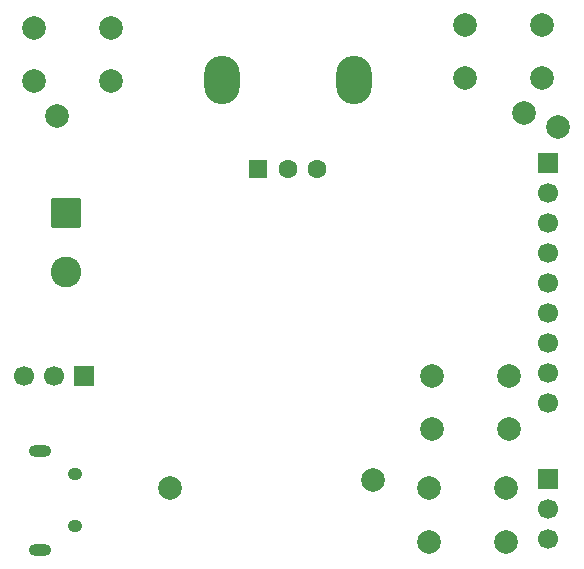
<source format=gbr>
%TF.GenerationSoftware,KiCad,Pcbnew,9.0.4*%
%TF.CreationDate,2025-09-30T19:15:50-07:00*%
%TF.ProjectId,LE_PSU_CAD,4c455f50-5355-45f4-9341-442e6b696361,rev?*%
%TF.SameCoordinates,Original*%
%TF.FileFunction,Soldermask,Bot*%
%TF.FilePolarity,Negative*%
%FSLAX46Y46*%
G04 Gerber Fmt 4.6, Leading zero omitted, Abs format (unit mm)*
G04 Created by KiCad (PCBNEW 9.0.4) date 2025-09-30 19:15:50*
%MOMM*%
%LPD*%
G01*
G04 APERTURE LIST*
G04 Aperture macros list*
%AMRoundRect*
0 Rectangle with rounded corners*
0 $1 Rounding radius*
0 $2 $3 $4 $5 $6 $7 $8 $9 X,Y pos of 4 corners*
0 Add a 4 corners polygon primitive as box body*
4,1,4,$2,$3,$4,$5,$6,$7,$8,$9,$2,$3,0*
0 Add four circle primitives for the rounded corners*
1,1,$1+$1,$2,$3*
1,1,$1+$1,$4,$5*
1,1,$1+$1,$6,$7*
1,1,$1+$1,$8,$9*
0 Add four rect primitives between the rounded corners*
20,1,$1+$1,$2,$3,$4,$5,0*
20,1,$1+$1,$4,$5,$6,$7,0*
20,1,$1+$1,$6,$7,$8,$9,0*
20,1,$1+$1,$8,$9,$2,$3,0*%
G04 Aperture macros list end*
%ADD10C,1.700000*%
%ADD11R,1.700000X1.700000*%
%ADD12C,2.000000*%
%ADD13RoundRect,0.250000X-1.050000X1.050000X-1.050000X-1.050000X1.050000X-1.050000X1.050000X1.050000X0*%
%ADD14C,2.600000*%
%ADD15O,1.900000X1.000000*%
%ADD16O,1.250000X1.050000*%
%ADD17RoundRect,0.250000X0.550000X-0.550000X0.550000X0.550000X-0.550000X0.550000X-0.550000X-0.550000X0*%
%ADD18C,1.600000*%
%ADD19O,3.000000X4.100000*%
G04 APERTURE END LIST*
D10*
%TO.C,J3*%
X219500000Y-109030000D03*
D11*
X219500000Y-88710000D03*
D10*
X219500000Y-91250000D03*
X219500000Y-93790000D03*
X219500000Y-96330000D03*
X219500000Y-98870000D03*
X219500000Y-101410000D03*
X219500000Y-103950000D03*
X219500000Y-106490000D03*
%TD*%
D12*
%TO.C,SW1*%
X176000000Y-77250000D03*
X182500000Y-77250000D03*
X176000000Y-81750000D03*
X182500000Y-81750000D03*
%TD*%
D13*
%TO.C,UB1*%
X178700000Y-92950000D03*
D14*
X178700000Y-97950000D03*
%TD*%
D15*
%TO.C,J1*%
X176500000Y-113075000D03*
D16*
X179500000Y-115025000D03*
X179500000Y-119475000D03*
D15*
X176500000Y-121425000D03*
%TD*%
D12*
%TO.C,SW4*%
X216000000Y-120750000D03*
X209500000Y-120750000D03*
X216000000Y-116250000D03*
X209500000Y-116250000D03*
%TD*%
%TO.C,SW2*%
X212500000Y-77000000D03*
X219000000Y-77000000D03*
X212500000Y-81500000D03*
X219000000Y-81500000D03*
%TD*%
D17*
%TO.C,ENC1*%
X195000000Y-89200000D03*
D18*
X200000000Y-89200000D03*
X197500000Y-89200000D03*
D19*
X191900000Y-81700000D03*
X203100000Y-81700000D03*
%TD*%
D11*
%TO.C,J2*%
X219500000Y-115460000D03*
D10*
X219500000Y-118000000D03*
X219500000Y-120540000D03*
%TD*%
D11*
%TO.C,BATT_USB_JMP1*%
X180250000Y-106750000D03*
D10*
X177710000Y-106750000D03*
X175170000Y-106750000D03*
%TD*%
D12*
%TO.C,SW3*%
X216250000Y-111250000D03*
X209750000Y-111250000D03*
X216250000Y-106750000D03*
X209750000Y-106750000D03*
%TD*%
%TO.C,TP1*%
X178000000Y-84750000D03*
%TD*%
%TO.C,TP2*%
X217500000Y-84500000D03*
%TD*%
%TO.C,TP3*%
X187500000Y-116200000D03*
%TD*%
%TO.C,TP4*%
X220400000Y-85650000D03*
%TD*%
%TO.C,TP5*%
X204750000Y-115500000D03*
%TD*%
M02*

</source>
